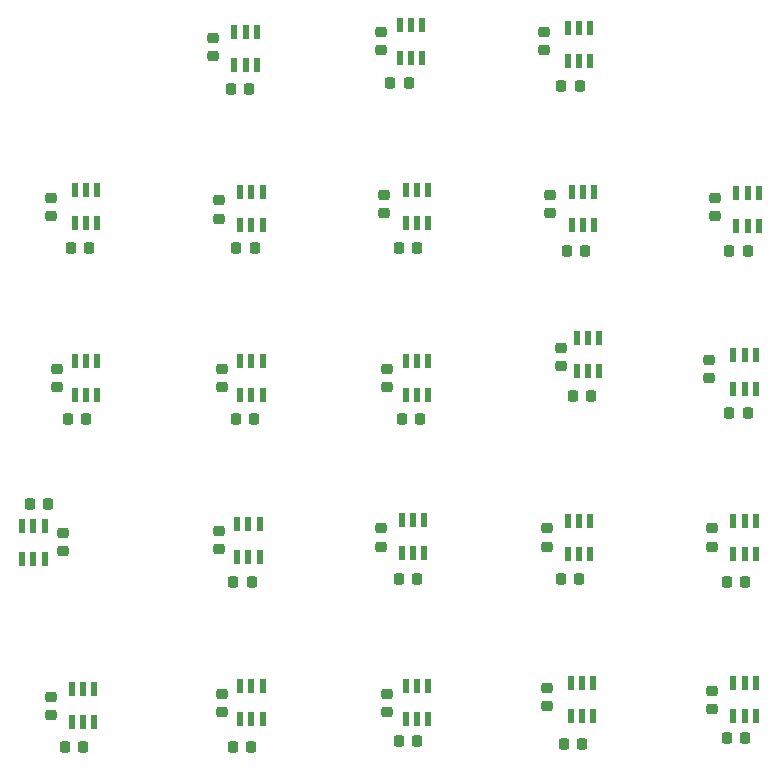
<source format=gbr>
%TF.GenerationSoftware,KiCad,Pcbnew,7.0.9*%
%TF.CreationDate,2024-09-03T11:05:06+09:00*%
%TF.ProjectId,_________,d5eac3af-adfc-4dcf-9cc9-2e6b69636164,rev?*%
%TF.SameCoordinates,Original*%
%TF.FileFunction,Paste,Bot*%
%TF.FilePolarity,Positive*%
%FSLAX46Y46*%
G04 Gerber Fmt 4.6, Leading zero omitted, Abs format (unit mm)*
G04 Created by KiCad (PCBNEW 7.0.9) date 2024-09-03 11:05:06*
%MOMM*%
%LPD*%
G01*
G04 APERTURE LIST*
G04 Aperture macros list*
%AMRoundRect*
0 Rectangle with rounded corners*
0 $1 Rounding radius*
0 $2 $3 $4 $5 $6 $7 $8 $9 X,Y pos of 4 corners*
0 Add a 4 corners polygon primitive as box body*
4,1,4,$2,$3,$4,$5,$6,$7,$8,$9,$2,$3,0*
0 Add four circle primitives for the rounded corners*
1,1,$1+$1,$2,$3*
1,1,$1+$1,$4,$5*
1,1,$1+$1,$6,$7*
1,1,$1+$1,$8,$9*
0 Add four rect primitives between the rounded corners*
20,1,$1+$1,$2,$3,$4,$5,0*
20,1,$1+$1,$4,$5,$6,$7,0*
20,1,$1+$1,$6,$7,$8,$9,0*
20,1,$1+$1,$8,$9,$2,$3,0*%
G04 Aperture macros list end*
%ADD10R,0.609600X1.143000*%
%ADD11RoundRect,0.225000X0.250000X-0.225000X0.250000X0.225000X-0.250000X0.225000X-0.250000X-0.225000X0*%
%ADD12RoundRect,0.225000X-0.225000X-0.250000X0.225000X-0.250000X0.225000X0.250000X-0.225000X0.250000X0*%
%ADD13RoundRect,0.225000X0.225000X0.250000X-0.225000X0.250000X-0.225000X-0.250000X0.225000X-0.250000X0*%
%ADD14RoundRect,0.225000X-0.250000X0.225000X-0.250000X-0.225000X0.250000X-0.225000X0.250000X0.225000X0*%
G04 APERTURE END LIST*
D10*
%TO.C,U16*%
X105409052Y-92604000D03*
X104459052Y-92604000D03*
X103509052Y-92604000D03*
X103509052Y-89796000D03*
X104459052Y-89796000D03*
X105409052Y-89796000D03*
%TD*%
D11*
%TO.C,C13*%
X157459052Y-119975000D03*
X157459052Y-118425000D03*
%TD*%
D12*
%TO.C,C57*%
X158934052Y-94950000D03*
X160484052Y-94950000D03*
%TD*%
%TO.C,C4*%
X131209052Y-109200000D03*
X132759052Y-109200000D03*
%TD*%
%TO.C,C26*%
X102684052Y-136950000D03*
X104234052Y-136950000D03*
%TD*%
D10*
%TO.C,U44*%
X147159052Y-78854000D03*
X146209052Y-78854000D03*
X145259052Y-78854000D03*
X145259052Y-76046000D03*
X146209052Y-76046000D03*
X147159052Y-76046000D03*
%TD*%
%TO.C,U10*%
X99050000Y-118250000D03*
X100000000Y-118250000D03*
X100950000Y-118250000D03*
X100950000Y-121058000D03*
X100000000Y-121058000D03*
X99050000Y-121058000D03*
%TD*%
D12*
%TO.C,C32*%
X144934052Y-136700000D03*
X146484052Y-136700000D03*
%TD*%
D10*
%TO.C,U39*%
X161409052Y-92854000D03*
X160459052Y-92854000D03*
X159509052Y-92854000D03*
X159509052Y-90046000D03*
X160459052Y-90046000D03*
X161409052Y-90046000D03*
%TD*%
%TO.C,U27*%
X105159052Y-134854000D03*
X104209052Y-134854000D03*
X103259052Y-134854000D03*
X103259052Y-132046000D03*
X104209052Y-132046000D03*
X105159052Y-132046000D03*
%TD*%
%TO.C,U4*%
X119409052Y-107104000D03*
X118459052Y-107104000D03*
X117509052Y-107104000D03*
X117509052Y-104296000D03*
X118459052Y-104296000D03*
X119409052Y-104296000D03*
%TD*%
D11*
%TO.C,C37*%
X115959052Y-106475000D03*
X115959052Y-104925000D03*
%TD*%
%TO.C,C5*%
X129959052Y-134000000D03*
X129959052Y-132450000D03*
%TD*%
D12*
%TO.C,C18*%
X145184052Y-94950000D03*
X146734052Y-94950000D03*
%TD*%
D10*
%TO.C,U33*%
X147409052Y-134354000D03*
X146459052Y-134354000D03*
X145509052Y-134354000D03*
X145509052Y-131546000D03*
X146459052Y-131546000D03*
X147409052Y-131546000D03*
%TD*%
%TO.C,U41*%
X118909052Y-79200000D03*
X117959052Y-79200000D03*
X117009052Y-79200000D03*
X117009052Y-76392000D03*
X117959052Y-76392000D03*
X118909052Y-76392000D03*
%TD*%
D11*
%TO.C,C6*%
X157459052Y-133725000D03*
X157459052Y-132175000D03*
%TD*%
D12*
%TO.C,C25*%
X158684052Y-122950000D03*
X160234052Y-122950000D03*
%TD*%
D11*
%TO.C,C36*%
X101959052Y-106475000D03*
X101959052Y-104925000D03*
%TD*%
%TO.C,C11*%
X143459052Y-133475000D03*
X143459052Y-131925000D03*
%TD*%
%TO.C,C21*%
X129709052Y-91750000D03*
X129709052Y-90200000D03*
%TD*%
D10*
%TO.C,U34*%
X133409052Y-134604000D03*
X132459052Y-134604000D03*
X131509052Y-134604000D03*
X131509052Y-131796000D03*
X132459052Y-131796000D03*
X133409052Y-131796000D03*
%TD*%
D12*
%TO.C,C23*%
X130959052Y-122700000D03*
X132509052Y-122700000D03*
%TD*%
%TO.C,C8*%
X158934052Y-108700000D03*
X160484052Y-108700000D03*
%TD*%
D10*
%TO.C,U26*%
X161159052Y-120604000D03*
X160209052Y-120604000D03*
X159259052Y-120604000D03*
X159259052Y-117796000D03*
X160209052Y-117796000D03*
X161159052Y-117796000D03*
%TD*%
D11*
%TO.C,C22*%
X144709052Y-104725000D03*
X144709052Y-103175000D03*
%TD*%
D13*
%TO.C,C9*%
X101275000Y-116337500D03*
X99725000Y-116337500D03*
%TD*%
D12*
%TO.C,C7*%
X145659052Y-107200000D03*
X147209052Y-107200000D03*
%TD*%
D10*
%TO.C,U35*%
X119409052Y-134604000D03*
X118459052Y-134604000D03*
X117509052Y-134604000D03*
X117509052Y-131796000D03*
X118459052Y-131796000D03*
X119409052Y-131796000D03*
%TD*%
D12*
%TO.C,C16*%
X117184052Y-94700000D03*
X118734052Y-94700000D03*
%TD*%
D10*
%TO.C,U25*%
X147159052Y-120604000D03*
X146209052Y-120604000D03*
X145259052Y-120604000D03*
X145259052Y-117796000D03*
X146209052Y-117796000D03*
X147159052Y-117796000D03*
%TD*%
D12*
%TO.C,C31*%
X158684052Y-136200000D03*
X160234052Y-136200000D03*
%TD*%
D10*
%TO.C,U9*%
X161159052Y-106604000D03*
X160209052Y-106604000D03*
X159259052Y-106604000D03*
X159259052Y-103796000D03*
X160209052Y-103796000D03*
X161159052Y-103796000D03*
%TD*%
%TO.C,U24*%
X133109052Y-120508000D03*
X132159052Y-120508000D03*
X131209052Y-120508000D03*
X131209052Y-117700000D03*
X132159052Y-117700000D03*
X133109052Y-117700000D03*
%TD*%
%TO.C,U42*%
X132909052Y-78604000D03*
X131959052Y-78604000D03*
X131009052Y-78604000D03*
X131009052Y-75796000D03*
X131959052Y-75796000D03*
X132909052Y-75796000D03*
%TD*%
D11*
%TO.C,C14*%
X143459052Y-119975000D03*
X143459052Y-118425000D03*
%TD*%
D12*
%TO.C,C41*%
X144709052Y-80950000D03*
X146259052Y-80950000D03*
%TD*%
D11*
%TO.C,C45*%
X129459052Y-77950000D03*
X129459052Y-76400000D03*
%TD*%
D12*
%TO.C,C40*%
X130209052Y-80700000D03*
X131759052Y-80700000D03*
%TD*%
D14*
%TO.C,C28*%
X102500000Y-118812500D03*
X102500000Y-120362500D03*
%TD*%
D11*
%TO.C,C19*%
X101459052Y-91975000D03*
X101459052Y-90425000D03*
%TD*%
D10*
%TO.C,U18*%
X133409052Y-92604000D03*
X132459052Y-92604000D03*
X131509052Y-92604000D03*
X131509052Y-89796000D03*
X132459052Y-89796000D03*
X133409052Y-89796000D03*
%TD*%
D11*
%TO.C,C27*%
X157209052Y-105725000D03*
X157209052Y-104175000D03*
%TD*%
D10*
%TO.C,U11*%
X119159052Y-120854000D03*
X118209052Y-120854000D03*
X117259052Y-120854000D03*
X117259052Y-118046000D03*
X118209052Y-118046000D03*
X119159052Y-118046000D03*
%TD*%
D12*
%TO.C,C10*%
X116934052Y-122950000D03*
X118484052Y-122950000D03*
%TD*%
%TO.C,C17*%
X130934052Y-94700000D03*
X132484052Y-94700000D03*
%TD*%
D10*
%TO.C,U5*%
X133409052Y-107104000D03*
X132459052Y-107104000D03*
X131509052Y-107104000D03*
X131509052Y-104296000D03*
X132459052Y-104296000D03*
X133409052Y-104296000D03*
%TD*%
D12*
%TO.C,C1*%
X102934052Y-109200000D03*
X104484052Y-109200000D03*
%TD*%
%TO.C,C34*%
X116909052Y-136950000D03*
X118459052Y-136950000D03*
%TD*%
D10*
%TO.C,U8*%
X147909052Y-105104000D03*
X146959052Y-105104000D03*
X146009052Y-105104000D03*
X146009052Y-102296000D03*
X146959052Y-102296000D03*
X147909052Y-102296000D03*
%TD*%
D11*
%TO.C,C43*%
X157709052Y-92000000D03*
X157709052Y-90450000D03*
%TD*%
D12*
%TO.C,C39*%
X116709052Y-81200000D03*
X118259052Y-81200000D03*
%TD*%
D10*
%TO.C,U2*%
X105409052Y-107104000D03*
X104459052Y-107104000D03*
X103509052Y-107104000D03*
X103509052Y-104296000D03*
X104459052Y-104296000D03*
X105409052Y-104296000D03*
%TD*%
%TO.C,U32*%
X161159052Y-134354000D03*
X160209052Y-134354000D03*
X159259052Y-134354000D03*
X159259052Y-131546000D03*
X160209052Y-131546000D03*
X161159052Y-131546000D03*
%TD*%
D11*
%TO.C,C20*%
X115709052Y-92225000D03*
X115709052Y-90675000D03*
%TD*%
%TO.C,C12*%
X101459052Y-134225000D03*
X101459052Y-132675000D03*
%TD*%
D12*
%TO.C,C3*%
X117159052Y-109200000D03*
X118709052Y-109200000D03*
%TD*%
D11*
%TO.C,C30*%
X129459052Y-119975000D03*
X129459052Y-118425000D03*
%TD*%
D12*
%TO.C,C33*%
X130934052Y-136450000D03*
X132484052Y-136450000D03*
%TD*%
D11*
%TO.C,C35*%
X143709052Y-91725000D03*
X143709052Y-90175000D03*
%TD*%
%TO.C,C38*%
X129959052Y-106475000D03*
X129959052Y-104925000D03*
%TD*%
D12*
%TO.C,C15*%
X103184052Y-94700000D03*
X104734052Y-94700000D03*
%TD*%
D11*
%TO.C,C44*%
X115209052Y-78475000D03*
X115209052Y-76925000D03*
%TD*%
%TO.C,C53*%
X143209052Y-77975000D03*
X143209052Y-76425000D03*
%TD*%
D10*
%TO.C,U19*%
X147459052Y-92758000D03*
X146509052Y-92758000D03*
X145559052Y-92758000D03*
X145559052Y-89950000D03*
X146509052Y-89950000D03*
X147459052Y-89950000D03*
%TD*%
D11*
%TO.C,C2*%
X115959052Y-133975000D03*
X115959052Y-132425000D03*
%TD*%
%TO.C,C29*%
X115709052Y-120225000D03*
X115709052Y-118675000D03*
%TD*%
D10*
%TO.C,U17*%
X119409052Y-92758000D03*
X118459052Y-92758000D03*
X117509052Y-92758000D03*
X117509052Y-89950000D03*
X118459052Y-89950000D03*
X119409052Y-89950000D03*
%TD*%
D12*
%TO.C,C24*%
X144684052Y-122700000D03*
X146234052Y-122700000D03*
%TD*%
M02*

</source>
